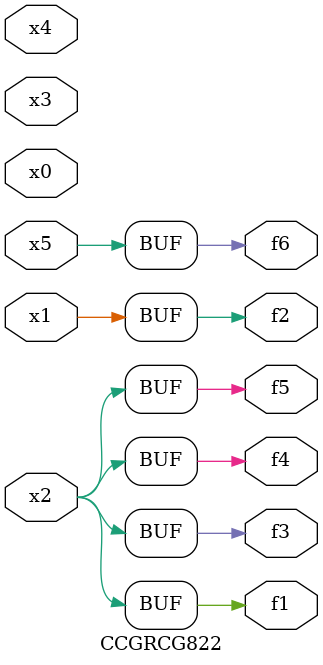
<source format=v>
module CCGRCG822(
	input x0, x1, x2, x3, x4, x5,
	output f1, f2, f3, f4, f5, f6
);
	assign f1 = x2;
	assign f2 = x1;
	assign f3 = x2;
	assign f4 = x2;
	assign f5 = x2;
	assign f6 = x5;
endmodule

</source>
